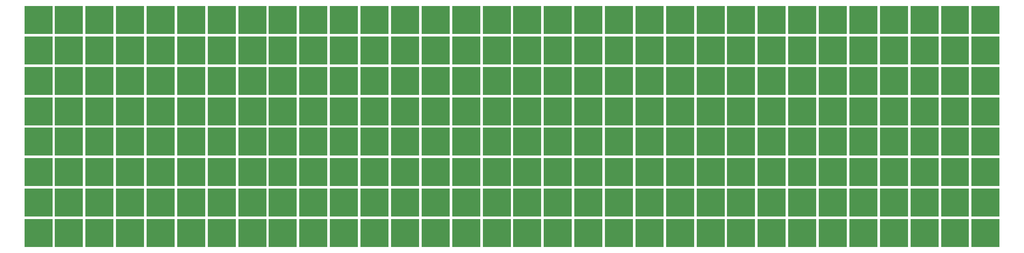
<source format=gts>
G04 #@! TF.GenerationSoftware,KiCad,Pcbnew,6.0.8+dfsg-1~bpo11+1*
G04 #@! TF.CreationDate,2023-03-24T18:54:05-04:00*
G04 #@! TF.ProjectId,captouch_sensor_interleaved_loose,63617074-6f75-4636-985f-73656e736f72,rev?*
G04 #@! TF.SameCoordinates,Original*
G04 #@! TF.FileFunction,Soldermask,Top*
G04 #@! TF.FilePolarity,Negative*
%FSLAX46Y46*%
G04 Gerber Fmt 4.6, Leading zero omitted, Abs format (unit mm)*
G04 Created by KiCad (PCBNEW 6.0.8+dfsg-1~bpo11+1) date 2023-03-24 18:54:05*
%MOMM*%
%LPD*%
G01*
G04 APERTURE LIST*
G04 APERTURE END LIST*
G36*
X219675000Y-80325000D02*
G01*
X225175000Y-80325000D01*
X225175000Y-85825000D01*
X219675000Y-85825000D01*
X219675000Y-80325000D01*
G37*
G36*
X249675000Y-74325000D02*
G01*
X255175000Y-74325000D01*
X255175000Y-79825000D01*
X249675000Y-79825000D01*
X249675000Y-74325000D01*
G37*
G36*
X123675000Y-56325000D02*
G01*
X129175000Y-56325000D01*
X129175000Y-61825000D01*
X123675000Y-61825000D01*
X123675000Y-56325000D01*
G37*
G36*
X135675000Y-74325000D02*
G01*
X141175000Y-74325000D01*
X141175000Y-79825000D01*
X135675000Y-79825000D01*
X135675000Y-74325000D01*
G37*
G36*
X75675000Y-68325000D02*
G01*
X81175000Y-68325000D01*
X81175000Y-73825000D01*
X75675000Y-73825000D01*
X75675000Y-68325000D01*
G37*
G36*
X129675000Y-80325000D02*
G01*
X135175000Y-80325000D01*
X135175000Y-85825000D01*
X129675000Y-85825000D01*
X129675000Y-80325000D01*
G37*
G36*
X249675000Y-92325000D02*
G01*
X255175000Y-92325000D01*
X255175000Y-97825000D01*
X249675000Y-97825000D01*
X249675000Y-92325000D01*
G37*
G36*
X87675000Y-92325000D02*
G01*
X93175000Y-92325000D01*
X93175000Y-97825000D01*
X87675000Y-97825000D01*
X87675000Y-92325000D01*
G37*
G36*
X69675000Y-98325000D02*
G01*
X75175000Y-98325000D01*
X75175000Y-103825000D01*
X69675000Y-103825000D01*
X69675000Y-98325000D01*
G37*
G36*
X231675000Y-68325000D02*
G01*
X237175000Y-68325000D01*
X237175000Y-73825000D01*
X231675000Y-73825000D01*
X231675000Y-68325000D01*
G37*
G36*
X165675000Y-98325000D02*
G01*
X171175000Y-98325000D01*
X171175000Y-103825000D01*
X165675000Y-103825000D01*
X165675000Y-98325000D01*
G37*
G36*
X201675000Y-56325000D02*
G01*
X207175000Y-56325000D01*
X207175000Y-61825000D01*
X201675000Y-61825000D01*
X201675000Y-56325000D01*
G37*
G36*
X249675000Y-56325000D02*
G01*
X255175000Y-56325000D01*
X255175000Y-61825000D01*
X249675000Y-61825000D01*
X249675000Y-56325000D01*
G37*
G36*
X135675000Y-98325000D02*
G01*
X141175000Y-98325000D01*
X141175000Y-103825000D01*
X135675000Y-103825000D01*
X135675000Y-98325000D01*
G37*
G36*
X87675000Y-86325000D02*
G01*
X93175000Y-86325000D01*
X93175000Y-91825000D01*
X87675000Y-91825000D01*
X87675000Y-86325000D01*
G37*
G36*
X177675000Y-80325000D02*
G01*
X183175000Y-80325000D01*
X183175000Y-85825000D01*
X177675000Y-85825000D01*
X177675000Y-80325000D01*
G37*
G36*
X75675000Y-98325000D02*
G01*
X81175000Y-98325000D01*
X81175000Y-103825000D01*
X75675000Y-103825000D01*
X75675000Y-98325000D01*
G37*
G36*
X177675000Y-62325000D02*
G01*
X183175000Y-62325000D01*
X183175000Y-67825000D01*
X177675000Y-67825000D01*
X177675000Y-62325000D01*
G37*
G36*
X189675000Y-56325000D02*
G01*
X195175000Y-56325000D01*
X195175000Y-61825000D01*
X189675000Y-61825000D01*
X189675000Y-56325000D01*
G37*
G36*
X147675000Y-80325000D02*
G01*
X153175000Y-80325000D01*
X153175000Y-85825000D01*
X147675000Y-85825000D01*
X147675000Y-80325000D01*
G37*
G36*
X147675000Y-98325000D02*
G01*
X153175000Y-98325000D01*
X153175000Y-103825000D01*
X147675000Y-103825000D01*
X147675000Y-98325000D01*
G37*
G36*
X237675000Y-86325000D02*
G01*
X243175000Y-86325000D01*
X243175000Y-91825000D01*
X237675000Y-91825000D01*
X237675000Y-86325000D01*
G37*
G36*
X183675000Y-68325000D02*
G01*
X189175000Y-68325000D01*
X189175000Y-73825000D01*
X183675000Y-73825000D01*
X183675000Y-68325000D01*
G37*
G36*
X177675000Y-68325000D02*
G01*
X183175000Y-68325000D01*
X183175000Y-73825000D01*
X177675000Y-73825000D01*
X177675000Y-68325000D01*
G37*
G36*
X93675000Y-68325000D02*
G01*
X99175000Y-68325000D01*
X99175000Y-73825000D01*
X93675000Y-73825000D01*
X93675000Y-68325000D01*
G37*
G36*
X105675000Y-98325000D02*
G01*
X111175000Y-98325000D01*
X111175000Y-103825000D01*
X105675000Y-103825000D01*
X105675000Y-98325000D01*
G37*
G36*
X99675000Y-80325000D02*
G01*
X105175000Y-80325000D01*
X105175000Y-85825000D01*
X99675000Y-85825000D01*
X99675000Y-80325000D01*
G37*
G36*
X171675000Y-56325000D02*
G01*
X177175000Y-56325000D01*
X177175000Y-61825000D01*
X171675000Y-61825000D01*
X171675000Y-56325000D01*
G37*
G36*
X159675000Y-74325000D02*
G01*
X165175000Y-74325000D01*
X165175000Y-79825000D01*
X159675000Y-79825000D01*
X159675000Y-74325000D01*
G37*
G36*
X93675000Y-92325000D02*
G01*
X99175000Y-92325000D01*
X99175000Y-97825000D01*
X93675000Y-97825000D01*
X93675000Y-92325000D01*
G37*
G36*
X189675000Y-92325000D02*
G01*
X195175000Y-92325000D01*
X195175000Y-97825000D01*
X189675000Y-97825000D01*
X189675000Y-92325000D01*
G37*
G36*
X219675000Y-92325000D02*
G01*
X225175000Y-92325000D01*
X225175000Y-97825000D01*
X219675000Y-97825000D01*
X219675000Y-92325000D01*
G37*
G36*
X219675000Y-98325000D02*
G01*
X225175000Y-98325000D01*
X225175000Y-103825000D01*
X219675000Y-103825000D01*
X219675000Y-98325000D01*
G37*
G36*
X201675000Y-62325000D02*
G01*
X207175000Y-62325000D01*
X207175000Y-67825000D01*
X201675000Y-67825000D01*
X201675000Y-62325000D01*
G37*
G36*
X147675000Y-92325000D02*
G01*
X153175000Y-92325000D01*
X153175000Y-97825000D01*
X147675000Y-97825000D01*
X147675000Y-92325000D01*
G37*
G36*
X141675000Y-86325000D02*
G01*
X147175000Y-86325000D01*
X147175000Y-91825000D01*
X141675000Y-91825000D01*
X141675000Y-86325000D01*
G37*
G36*
X225675000Y-74325000D02*
G01*
X231175000Y-74325000D01*
X231175000Y-79825000D01*
X225675000Y-79825000D01*
X225675000Y-74325000D01*
G37*
G36*
X201675000Y-98325000D02*
G01*
X207175000Y-98325000D01*
X207175000Y-103825000D01*
X201675000Y-103825000D01*
X201675000Y-98325000D01*
G37*
G36*
X105675000Y-92325000D02*
G01*
X111175000Y-92325000D01*
X111175000Y-97825000D01*
X105675000Y-97825000D01*
X105675000Y-92325000D01*
G37*
G36*
X159675000Y-86325000D02*
G01*
X165175000Y-86325000D01*
X165175000Y-91825000D01*
X159675000Y-91825000D01*
X159675000Y-86325000D01*
G37*
G36*
X171675000Y-86325000D02*
G01*
X177175000Y-86325000D01*
X177175000Y-91825000D01*
X171675000Y-91825000D01*
X171675000Y-86325000D01*
G37*
G36*
X183675000Y-98325000D02*
G01*
X189175000Y-98325000D01*
X189175000Y-103825000D01*
X183675000Y-103825000D01*
X183675000Y-98325000D01*
G37*
G36*
X99675000Y-98325000D02*
G01*
X105175000Y-98325000D01*
X105175000Y-103825000D01*
X99675000Y-103825000D01*
X99675000Y-98325000D01*
G37*
G36*
X201675000Y-92325000D02*
G01*
X207175000Y-92325000D01*
X207175000Y-97825000D01*
X201675000Y-97825000D01*
X201675000Y-92325000D01*
G37*
G36*
X201675000Y-86325000D02*
G01*
X207175000Y-86325000D01*
X207175000Y-91825000D01*
X201675000Y-91825000D01*
X201675000Y-86325000D01*
G37*
G36*
X117675000Y-92325000D02*
G01*
X123175000Y-92325000D01*
X123175000Y-97825000D01*
X117675000Y-97825000D01*
X117675000Y-92325000D01*
G37*
G36*
X231675000Y-56325000D02*
G01*
X237175000Y-56325000D01*
X237175000Y-61825000D01*
X231675000Y-61825000D01*
X231675000Y-56325000D01*
G37*
G36*
X69675000Y-80325000D02*
G01*
X75175000Y-80325000D01*
X75175000Y-85825000D01*
X69675000Y-85825000D01*
X69675000Y-80325000D01*
G37*
G36*
X195675000Y-56325000D02*
G01*
X201175000Y-56325000D01*
X201175000Y-61825000D01*
X195675000Y-61825000D01*
X195675000Y-56325000D01*
G37*
G36*
X165675000Y-68325000D02*
G01*
X171175000Y-68325000D01*
X171175000Y-73825000D01*
X165675000Y-73825000D01*
X165675000Y-68325000D01*
G37*
G36*
X171675000Y-68325000D02*
G01*
X177175000Y-68325000D01*
X177175000Y-73825000D01*
X171675000Y-73825000D01*
X171675000Y-68325000D01*
G37*
G36*
X183675000Y-62325000D02*
G01*
X189175000Y-62325000D01*
X189175000Y-67825000D01*
X183675000Y-67825000D01*
X183675000Y-62325000D01*
G37*
G36*
X195675000Y-68325000D02*
G01*
X201175000Y-68325000D01*
X201175000Y-73825000D01*
X195675000Y-73825000D01*
X195675000Y-68325000D01*
G37*
G36*
X129675000Y-62325000D02*
G01*
X135175000Y-62325000D01*
X135175000Y-67825000D01*
X129675000Y-67825000D01*
X129675000Y-62325000D01*
G37*
G36*
X183675000Y-56325000D02*
G01*
X189175000Y-56325000D01*
X189175000Y-61825000D01*
X183675000Y-61825000D01*
X183675000Y-56325000D01*
G37*
G36*
X93675000Y-86325000D02*
G01*
X99175000Y-86325000D01*
X99175000Y-91825000D01*
X93675000Y-91825000D01*
X93675000Y-86325000D01*
G37*
G36*
X207675000Y-92325000D02*
G01*
X213175000Y-92325000D01*
X213175000Y-97825000D01*
X207675000Y-97825000D01*
X207675000Y-92325000D01*
G37*
G36*
X63675000Y-62325000D02*
G01*
X69175000Y-62325000D01*
X69175000Y-67825000D01*
X63675000Y-67825000D01*
X63675000Y-62325000D01*
G37*
G36*
X177675000Y-86325000D02*
G01*
X183175000Y-86325000D01*
X183175000Y-91825000D01*
X177675000Y-91825000D01*
X177675000Y-86325000D01*
G37*
G36*
X75675000Y-80325000D02*
G01*
X81175000Y-80325000D01*
X81175000Y-85825000D01*
X75675000Y-85825000D01*
X75675000Y-80325000D01*
G37*
G36*
X87675000Y-80325000D02*
G01*
X93175000Y-80325000D01*
X93175000Y-85825000D01*
X87675000Y-85825000D01*
X87675000Y-80325000D01*
G37*
G36*
X81675000Y-62325000D02*
G01*
X87175000Y-62325000D01*
X87175000Y-67825000D01*
X81675000Y-67825000D01*
X81675000Y-62325000D01*
G37*
G36*
X213675000Y-98325000D02*
G01*
X219175000Y-98325000D01*
X219175000Y-103825000D01*
X213675000Y-103825000D01*
X213675000Y-98325000D01*
G37*
G36*
X159675000Y-98325000D02*
G01*
X165175000Y-98325000D01*
X165175000Y-103825000D01*
X159675000Y-103825000D01*
X159675000Y-98325000D01*
G37*
G36*
X237675000Y-98325000D02*
G01*
X243175000Y-98325000D01*
X243175000Y-103825000D01*
X237675000Y-103825000D01*
X237675000Y-98325000D01*
G37*
G36*
X225675000Y-56325000D02*
G01*
X231175000Y-56325000D01*
X231175000Y-61825000D01*
X225675000Y-61825000D01*
X225675000Y-56325000D01*
G37*
G36*
X135675000Y-86325000D02*
G01*
X141175000Y-86325000D01*
X141175000Y-91825000D01*
X135675000Y-91825000D01*
X135675000Y-86325000D01*
G37*
G36*
X141675000Y-98325000D02*
G01*
X147175000Y-98325000D01*
X147175000Y-103825000D01*
X141675000Y-103825000D01*
X141675000Y-98325000D01*
G37*
G36*
X207675000Y-98325000D02*
G01*
X213175000Y-98325000D01*
X213175000Y-103825000D01*
X207675000Y-103825000D01*
X207675000Y-98325000D01*
G37*
G36*
X165675000Y-92325000D02*
G01*
X171175000Y-92325000D01*
X171175000Y-97825000D01*
X165675000Y-97825000D01*
X165675000Y-92325000D01*
G37*
G36*
X135675000Y-80325000D02*
G01*
X141175000Y-80325000D01*
X141175000Y-85825000D01*
X135675000Y-85825000D01*
X135675000Y-80325000D01*
G37*
G36*
X237675000Y-74325000D02*
G01*
X243175000Y-74325000D01*
X243175000Y-79825000D01*
X237675000Y-79825000D01*
X237675000Y-74325000D01*
G37*
G36*
X141675000Y-80325000D02*
G01*
X147175000Y-80325000D01*
X147175000Y-85825000D01*
X141675000Y-85825000D01*
X141675000Y-80325000D01*
G37*
G36*
X165675000Y-62325000D02*
G01*
X171175000Y-62325000D01*
X171175000Y-67825000D01*
X165675000Y-67825000D01*
X165675000Y-62325000D01*
G37*
G36*
X123675000Y-62325000D02*
G01*
X129175000Y-62325000D01*
X129175000Y-67825000D01*
X123675000Y-67825000D01*
X123675000Y-62325000D01*
G37*
G36*
X153675000Y-92325000D02*
G01*
X159175000Y-92325000D01*
X159175000Y-97825000D01*
X153675000Y-97825000D01*
X153675000Y-92325000D01*
G37*
G36*
X123675000Y-74325000D02*
G01*
X129175000Y-74325000D01*
X129175000Y-79825000D01*
X123675000Y-79825000D01*
X123675000Y-74325000D01*
G37*
G36*
X195675000Y-92325000D02*
G01*
X201175000Y-92325000D01*
X201175000Y-97825000D01*
X195675000Y-97825000D01*
X195675000Y-92325000D01*
G37*
G36*
X141675000Y-56325000D02*
G01*
X147175000Y-56325000D01*
X147175000Y-61825000D01*
X141675000Y-61825000D01*
X141675000Y-56325000D01*
G37*
G36*
X165675000Y-86325000D02*
G01*
X171175000Y-86325000D01*
X171175000Y-91825000D01*
X165675000Y-91825000D01*
X165675000Y-86325000D01*
G37*
G36*
X177675000Y-98325000D02*
G01*
X183175000Y-98325000D01*
X183175000Y-103825000D01*
X177675000Y-103825000D01*
X177675000Y-98325000D01*
G37*
G36*
X243675000Y-74325000D02*
G01*
X249175000Y-74325000D01*
X249175000Y-79825000D01*
X243675000Y-79825000D01*
X243675000Y-74325000D01*
G37*
G36*
X153675000Y-68325000D02*
G01*
X159175000Y-68325000D01*
X159175000Y-73825000D01*
X153675000Y-73825000D01*
X153675000Y-68325000D01*
G37*
G36*
X63675000Y-56325000D02*
G01*
X69175000Y-56325000D01*
X69175000Y-61825000D01*
X63675000Y-61825000D01*
X63675000Y-56325000D01*
G37*
G36*
X159675000Y-62325000D02*
G01*
X165175000Y-62325000D01*
X165175000Y-67825000D01*
X159675000Y-67825000D01*
X159675000Y-62325000D01*
G37*
G36*
X171675000Y-74325000D02*
G01*
X177175000Y-74325000D01*
X177175000Y-79825000D01*
X171675000Y-79825000D01*
X171675000Y-74325000D01*
G37*
G36*
X207675000Y-86325000D02*
G01*
X213175000Y-86325000D01*
X213175000Y-91825000D01*
X207675000Y-91825000D01*
X207675000Y-86325000D01*
G37*
G36*
X153675000Y-62325000D02*
G01*
X159175000Y-62325000D01*
X159175000Y-67825000D01*
X153675000Y-67825000D01*
X153675000Y-62325000D01*
G37*
G36*
X165675000Y-74325000D02*
G01*
X171175000Y-74325000D01*
X171175000Y-79825000D01*
X165675000Y-79825000D01*
X165675000Y-74325000D01*
G37*
G36*
X147675000Y-74325000D02*
G01*
X153175000Y-74325000D01*
X153175000Y-79825000D01*
X147675000Y-79825000D01*
X147675000Y-74325000D01*
G37*
G36*
X171675000Y-80325000D02*
G01*
X177175000Y-80325000D01*
X177175000Y-85825000D01*
X171675000Y-85825000D01*
X171675000Y-80325000D01*
G37*
G36*
X183675000Y-74325000D02*
G01*
X189175000Y-74325000D01*
X189175000Y-79825000D01*
X183675000Y-79825000D01*
X183675000Y-74325000D01*
G37*
G36*
X213675000Y-92325000D02*
G01*
X219175000Y-92325000D01*
X219175000Y-97825000D01*
X213675000Y-97825000D01*
X213675000Y-92325000D01*
G37*
G36*
X219675000Y-62325000D02*
G01*
X225175000Y-62325000D01*
X225175000Y-67825000D01*
X219675000Y-67825000D01*
X219675000Y-62325000D01*
G37*
G36*
X219675000Y-74325000D02*
G01*
X225175000Y-74325000D01*
X225175000Y-79825000D01*
X219675000Y-79825000D01*
X219675000Y-74325000D01*
G37*
G36*
X69675000Y-74325000D02*
G01*
X75175000Y-74325000D01*
X75175000Y-79825000D01*
X69675000Y-79825000D01*
X69675000Y-74325000D01*
G37*
G36*
X75675000Y-86325000D02*
G01*
X81175000Y-86325000D01*
X81175000Y-91825000D01*
X75675000Y-91825000D01*
X75675000Y-86325000D01*
G37*
G36*
X195675000Y-74325000D02*
G01*
X201175000Y-74325000D01*
X201175000Y-79825000D01*
X195675000Y-79825000D01*
X195675000Y-74325000D01*
G37*
G36*
X87675000Y-68325000D02*
G01*
X93175000Y-68325000D01*
X93175000Y-73825000D01*
X87675000Y-73825000D01*
X87675000Y-68325000D01*
G37*
G36*
X93675000Y-80325000D02*
G01*
X99175000Y-80325000D01*
X99175000Y-85825000D01*
X93675000Y-85825000D01*
X93675000Y-80325000D01*
G37*
G36*
X87675000Y-98325000D02*
G01*
X93175000Y-98325000D01*
X93175000Y-103825000D01*
X87675000Y-103825000D01*
X87675000Y-98325000D01*
G37*
G36*
X249675000Y-68325000D02*
G01*
X255175000Y-68325000D01*
X255175000Y-73825000D01*
X249675000Y-73825000D01*
X249675000Y-68325000D01*
G37*
G36*
X225675000Y-98325000D02*
G01*
X231175000Y-98325000D01*
X231175000Y-103825000D01*
X225675000Y-103825000D01*
X225675000Y-98325000D01*
G37*
G36*
X69675000Y-62325000D02*
G01*
X75175000Y-62325000D01*
X75175000Y-67825000D01*
X69675000Y-67825000D01*
X69675000Y-62325000D01*
G37*
G36*
X183675000Y-86325000D02*
G01*
X189175000Y-86325000D01*
X189175000Y-91825000D01*
X183675000Y-91825000D01*
X183675000Y-86325000D01*
G37*
G36*
X171675000Y-62325000D02*
G01*
X177175000Y-62325000D01*
X177175000Y-67825000D01*
X171675000Y-67825000D01*
X171675000Y-62325000D01*
G37*
G36*
X165675000Y-80325000D02*
G01*
X171175000Y-80325000D01*
X171175000Y-85825000D01*
X165675000Y-85825000D01*
X165675000Y-80325000D01*
G37*
G36*
X213675000Y-86325000D02*
G01*
X219175000Y-86325000D01*
X219175000Y-91825000D01*
X213675000Y-91825000D01*
X213675000Y-86325000D01*
G37*
G36*
X243675000Y-56325000D02*
G01*
X249175000Y-56325000D01*
X249175000Y-61825000D01*
X243675000Y-61825000D01*
X243675000Y-56325000D01*
G37*
G36*
X111675000Y-98325000D02*
G01*
X117175000Y-98325000D01*
X117175000Y-103825000D01*
X111675000Y-103825000D01*
X111675000Y-98325000D01*
G37*
G36*
X135675000Y-68325000D02*
G01*
X141175000Y-68325000D01*
X141175000Y-73825000D01*
X135675000Y-73825000D01*
X135675000Y-68325000D01*
G37*
G36*
X129675000Y-56325000D02*
G01*
X135175000Y-56325000D01*
X135175000Y-61825000D01*
X129675000Y-61825000D01*
X129675000Y-56325000D01*
G37*
G36*
X153675000Y-80325000D02*
G01*
X159175000Y-80325000D01*
X159175000Y-85825000D01*
X153675000Y-85825000D01*
X153675000Y-80325000D01*
G37*
G36*
X69675000Y-56325000D02*
G01*
X75175000Y-56325000D01*
X75175000Y-61825000D01*
X69675000Y-61825000D01*
X69675000Y-56325000D01*
G37*
G36*
X81675000Y-68325000D02*
G01*
X87175000Y-68325000D01*
X87175000Y-73825000D01*
X81675000Y-73825000D01*
X81675000Y-68325000D01*
G37*
G36*
X159675000Y-80325000D02*
G01*
X165175000Y-80325000D01*
X165175000Y-85825000D01*
X159675000Y-85825000D01*
X159675000Y-80325000D01*
G37*
G36*
X81675000Y-56325000D02*
G01*
X87175000Y-56325000D01*
X87175000Y-61825000D01*
X81675000Y-61825000D01*
X81675000Y-56325000D01*
G37*
G36*
X207675000Y-74325000D02*
G01*
X213175000Y-74325000D01*
X213175000Y-79825000D01*
X207675000Y-79825000D01*
X207675000Y-74325000D01*
G37*
G36*
X231675000Y-92325000D02*
G01*
X237175000Y-92325000D01*
X237175000Y-97825000D01*
X231675000Y-97825000D01*
X231675000Y-92325000D01*
G37*
G36*
X237675000Y-80325000D02*
G01*
X243175000Y-80325000D01*
X243175000Y-85825000D01*
X237675000Y-85825000D01*
X237675000Y-80325000D01*
G37*
G36*
X201675000Y-80325000D02*
G01*
X207175000Y-80325000D01*
X207175000Y-85825000D01*
X201675000Y-85825000D01*
X201675000Y-80325000D01*
G37*
G36*
X117675000Y-86325000D02*
G01*
X123175000Y-86325000D01*
X123175000Y-91825000D01*
X117675000Y-91825000D01*
X117675000Y-86325000D01*
G37*
G36*
X153675000Y-86325000D02*
G01*
X159175000Y-86325000D01*
X159175000Y-91825000D01*
X153675000Y-91825000D01*
X153675000Y-86325000D01*
G37*
G36*
X63675000Y-86325000D02*
G01*
X69175000Y-86325000D01*
X69175000Y-91825000D01*
X63675000Y-91825000D01*
X63675000Y-86325000D01*
G37*
G36*
X99675000Y-86325000D02*
G01*
X105175000Y-86325000D01*
X105175000Y-91825000D01*
X99675000Y-91825000D01*
X99675000Y-86325000D01*
G37*
G36*
X171675000Y-92325000D02*
G01*
X177175000Y-92325000D01*
X177175000Y-97825000D01*
X171675000Y-97825000D01*
X171675000Y-92325000D01*
G37*
G36*
X75675000Y-74325000D02*
G01*
X81175000Y-74325000D01*
X81175000Y-79825000D01*
X75675000Y-79825000D01*
X75675000Y-74325000D01*
G37*
G36*
X105675000Y-86325000D02*
G01*
X111175000Y-86325000D01*
X111175000Y-91825000D01*
X105675000Y-91825000D01*
X105675000Y-86325000D01*
G37*
G36*
X105675000Y-56325000D02*
G01*
X111175000Y-56325000D01*
X111175000Y-61825000D01*
X105675000Y-61825000D01*
X105675000Y-56325000D01*
G37*
G36*
X129675000Y-68325000D02*
G01*
X135175000Y-68325000D01*
X135175000Y-73825000D01*
X129675000Y-73825000D01*
X129675000Y-68325000D01*
G37*
G36*
X243675000Y-98325000D02*
G01*
X249175000Y-98325000D01*
X249175000Y-103825000D01*
X243675000Y-103825000D01*
X243675000Y-98325000D01*
G37*
G36*
X63675000Y-92325000D02*
G01*
X69175000Y-92325000D01*
X69175000Y-97825000D01*
X63675000Y-97825000D01*
X63675000Y-92325000D01*
G37*
G36*
X159675000Y-68325000D02*
G01*
X165175000Y-68325000D01*
X165175000Y-73825000D01*
X159675000Y-73825000D01*
X159675000Y-68325000D01*
G37*
G36*
X177675000Y-56325000D02*
G01*
X183175000Y-56325000D01*
X183175000Y-61825000D01*
X177675000Y-61825000D01*
X177675000Y-56325000D01*
G37*
G36*
X195675000Y-62325000D02*
G01*
X201175000Y-62325000D01*
X201175000Y-67825000D01*
X195675000Y-67825000D01*
X195675000Y-62325000D01*
G37*
G36*
X111675000Y-92325000D02*
G01*
X117175000Y-92325000D01*
X117175000Y-97825000D01*
X111675000Y-97825000D01*
X111675000Y-92325000D01*
G37*
G36*
X147675000Y-86325000D02*
G01*
X153175000Y-86325000D01*
X153175000Y-91825000D01*
X147675000Y-91825000D01*
X147675000Y-86325000D01*
G37*
G36*
X147675000Y-56325000D02*
G01*
X153175000Y-56325000D01*
X153175000Y-61825000D01*
X147675000Y-61825000D01*
X147675000Y-56325000D01*
G37*
G36*
X213675000Y-62325000D02*
G01*
X219175000Y-62325000D01*
X219175000Y-67825000D01*
X213675000Y-67825000D01*
X213675000Y-62325000D01*
G37*
G36*
X243675000Y-86325000D02*
G01*
X249175000Y-86325000D01*
X249175000Y-91825000D01*
X243675000Y-91825000D01*
X243675000Y-86325000D01*
G37*
G36*
X243675000Y-92325000D02*
G01*
X249175000Y-92325000D01*
X249175000Y-97825000D01*
X243675000Y-97825000D01*
X243675000Y-92325000D01*
G37*
G36*
X153675000Y-98325000D02*
G01*
X159175000Y-98325000D01*
X159175000Y-103825000D01*
X153675000Y-103825000D01*
X153675000Y-98325000D01*
G37*
G36*
X105675000Y-68325000D02*
G01*
X111175000Y-68325000D01*
X111175000Y-73825000D01*
X105675000Y-73825000D01*
X105675000Y-68325000D01*
G37*
G36*
X123675000Y-80325000D02*
G01*
X129175000Y-80325000D01*
X129175000Y-85825000D01*
X123675000Y-85825000D01*
X123675000Y-80325000D01*
G37*
G36*
X249675000Y-62325000D02*
G01*
X255175000Y-62325000D01*
X255175000Y-67825000D01*
X249675000Y-67825000D01*
X249675000Y-62325000D01*
G37*
G36*
X111675000Y-74325000D02*
G01*
X117175000Y-74325000D01*
X117175000Y-79825000D01*
X111675000Y-79825000D01*
X111675000Y-74325000D01*
G37*
G36*
X111675000Y-86325000D02*
G01*
X117175000Y-86325000D01*
X117175000Y-91825000D01*
X111675000Y-91825000D01*
X111675000Y-86325000D01*
G37*
G36*
X129675000Y-92325000D02*
G01*
X135175000Y-92325000D01*
X135175000Y-97825000D01*
X129675000Y-97825000D01*
X129675000Y-92325000D01*
G37*
G36*
X177675000Y-92325000D02*
G01*
X183175000Y-92325000D01*
X183175000Y-97825000D01*
X177675000Y-97825000D01*
X177675000Y-92325000D01*
G37*
G36*
X111675000Y-62325000D02*
G01*
X117175000Y-62325000D01*
X117175000Y-67825000D01*
X111675000Y-67825000D01*
X111675000Y-62325000D01*
G37*
G36*
X123675000Y-98325000D02*
G01*
X129175000Y-98325000D01*
X129175000Y-103825000D01*
X123675000Y-103825000D01*
X123675000Y-98325000D01*
G37*
G36*
X189675000Y-98325000D02*
G01*
X195175000Y-98325000D01*
X195175000Y-103825000D01*
X189675000Y-103825000D01*
X189675000Y-98325000D01*
G37*
G36*
X117675000Y-68325000D02*
G01*
X123175000Y-68325000D01*
X123175000Y-73825000D01*
X117675000Y-73825000D01*
X117675000Y-68325000D01*
G37*
G36*
X117675000Y-62325000D02*
G01*
X123175000Y-62325000D01*
X123175000Y-67825000D01*
X117675000Y-67825000D01*
X117675000Y-62325000D01*
G37*
G36*
X135675000Y-56325000D02*
G01*
X141175000Y-56325000D01*
X141175000Y-61825000D01*
X135675000Y-61825000D01*
X135675000Y-56325000D01*
G37*
G36*
X129675000Y-98325000D02*
G01*
X135175000Y-98325000D01*
X135175000Y-103825000D01*
X129675000Y-103825000D01*
X129675000Y-98325000D01*
G37*
G36*
X189675000Y-74325000D02*
G01*
X195175000Y-74325000D01*
X195175000Y-79825000D01*
X189675000Y-79825000D01*
X189675000Y-74325000D01*
G37*
G36*
X147675000Y-68325000D02*
G01*
X153175000Y-68325000D01*
X153175000Y-73825000D01*
X147675000Y-73825000D01*
X147675000Y-68325000D01*
G37*
G36*
X99675000Y-62325000D02*
G01*
X105175000Y-62325000D01*
X105175000Y-67825000D01*
X99675000Y-67825000D01*
X99675000Y-62325000D01*
G37*
G36*
X129675000Y-86325000D02*
G01*
X135175000Y-86325000D01*
X135175000Y-91825000D01*
X129675000Y-91825000D01*
X129675000Y-86325000D01*
G37*
G36*
X117675000Y-80325000D02*
G01*
X123175000Y-80325000D01*
X123175000Y-85825000D01*
X117675000Y-85825000D01*
X117675000Y-80325000D01*
G37*
G36*
X63675000Y-80325000D02*
G01*
X69175000Y-80325000D01*
X69175000Y-85825000D01*
X63675000Y-85825000D01*
X63675000Y-80325000D01*
G37*
G36*
X105675000Y-62325000D02*
G01*
X111175000Y-62325000D01*
X111175000Y-67825000D01*
X105675000Y-67825000D01*
X105675000Y-62325000D01*
G37*
G36*
X213675000Y-56325000D02*
G01*
X219175000Y-56325000D01*
X219175000Y-61825000D01*
X213675000Y-61825000D01*
X213675000Y-56325000D01*
G37*
G36*
X213675000Y-80325000D02*
G01*
X219175000Y-80325000D01*
X219175000Y-85825000D01*
X213675000Y-85825000D01*
X213675000Y-80325000D01*
G37*
G36*
X171675000Y-98325000D02*
G01*
X177175000Y-98325000D01*
X177175000Y-103825000D01*
X171675000Y-103825000D01*
X171675000Y-98325000D01*
G37*
G36*
X69675000Y-68325000D02*
G01*
X75175000Y-68325000D01*
X75175000Y-73825000D01*
X69675000Y-73825000D01*
X69675000Y-68325000D01*
G37*
G36*
X207675000Y-80325000D02*
G01*
X213175000Y-80325000D01*
X213175000Y-85825000D01*
X207675000Y-85825000D01*
X207675000Y-80325000D01*
G37*
G36*
X231675000Y-98325000D02*
G01*
X237175000Y-98325000D01*
X237175000Y-103825000D01*
X231675000Y-103825000D01*
X231675000Y-98325000D01*
G37*
G36*
X81675000Y-92325000D02*
G01*
X87175000Y-92325000D01*
X87175000Y-97825000D01*
X81675000Y-97825000D01*
X81675000Y-92325000D01*
G37*
G36*
X99675000Y-74325000D02*
G01*
X105175000Y-74325000D01*
X105175000Y-79825000D01*
X99675000Y-79825000D01*
X99675000Y-74325000D01*
G37*
G36*
X225675000Y-62325000D02*
G01*
X231175000Y-62325000D01*
X231175000Y-67825000D01*
X225675000Y-67825000D01*
X225675000Y-62325000D01*
G37*
G36*
X117675000Y-74325000D02*
G01*
X123175000Y-74325000D01*
X123175000Y-79825000D01*
X117675000Y-79825000D01*
X117675000Y-74325000D01*
G37*
G36*
X189675000Y-80325000D02*
G01*
X195175000Y-80325000D01*
X195175000Y-85825000D01*
X189675000Y-85825000D01*
X189675000Y-80325000D01*
G37*
G36*
X207675000Y-62325000D02*
G01*
X213175000Y-62325000D01*
X213175000Y-67825000D01*
X207675000Y-67825000D01*
X207675000Y-62325000D01*
G37*
G36*
X165675000Y-56325000D02*
G01*
X171175000Y-56325000D01*
X171175000Y-61825000D01*
X165675000Y-61825000D01*
X165675000Y-56325000D01*
G37*
G36*
X81675000Y-86325000D02*
G01*
X87175000Y-86325000D01*
X87175000Y-91825000D01*
X81675000Y-91825000D01*
X81675000Y-86325000D01*
G37*
G36*
X237675000Y-62325000D02*
G01*
X243175000Y-62325000D01*
X243175000Y-67825000D01*
X237675000Y-67825000D01*
X237675000Y-62325000D01*
G37*
G36*
X219675000Y-86325000D02*
G01*
X225175000Y-86325000D01*
X225175000Y-91825000D01*
X219675000Y-91825000D01*
X219675000Y-86325000D01*
G37*
G36*
X111675000Y-80325000D02*
G01*
X117175000Y-80325000D01*
X117175000Y-85825000D01*
X111675000Y-85825000D01*
X111675000Y-80325000D01*
G37*
G36*
X123675000Y-92325000D02*
G01*
X129175000Y-92325000D01*
X129175000Y-97825000D01*
X123675000Y-97825000D01*
X123675000Y-92325000D01*
G37*
G36*
X201675000Y-68325000D02*
G01*
X207175000Y-68325000D01*
X207175000Y-73825000D01*
X201675000Y-73825000D01*
X201675000Y-68325000D01*
G37*
G36*
X243675000Y-80325000D02*
G01*
X249175000Y-80325000D01*
X249175000Y-85825000D01*
X243675000Y-85825000D01*
X243675000Y-80325000D01*
G37*
G36*
X225675000Y-86325000D02*
G01*
X231175000Y-86325000D01*
X231175000Y-91825000D01*
X225675000Y-91825000D01*
X225675000Y-86325000D01*
G37*
G36*
X123675000Y-68325000D02*
G01*
X129175000Y-68325000D01*
X129175000Y-73825000D01*
X123675000Y-73825000D01*
X123675000Y-68325000D01*
G37*
G36*
X225675000Y-68325000D02*
G01*
X231175000Y-68325000D01*
X231175000Y-73825000D01*
X225675000Y-73825000D01*
X225675000Y-68325000D01*
G37*
G36*
X237675000Y-92325000D02*
G01*
X243175000Y-92325000D01*
X243175000Y-97825000D01*
X237675000Y-97825000D01*
X237675000Y-92325000D01*
G37*
G36*
X237675000Y-56325000D02*
G01*
X243175000Y-56325000D01*
X243175000Y-61825000D01*
X237675000Y-61825000D01*
X237675000Y-56325000D01*
G37*
G36*
X159675000Y-56325000D02*
G01*
X165175000Y-56325000D01*
X165175000Y-61825000D01*
X159675000Y-61825000D01*
X159675000Y-56325000D01*
G37*
G36*
X69675000Y-92325000D02*
G01*
X75175000Y-92325000D01*
X75175000Y-97825000D01*
X69675000Y-97825000D01*
X69675000Y-92325000D01*
G37*
G36*
X75675000Y-62325000D02*
G01*
X81175000Y-62325000D01*
X81175000Y-67825000D01*
X75675000Y-67825000D01*
X75675000Y-62325000D01*
G37*
G36*
X249675000Y-98325000D02*
G01*
X255175000Y-98325000D01*
X255175000Y-103825000D01*
X249675000Y-103825000D01*
X249675000Y-98325000D01*
G37*
G36*
X81675000Y-74325000D02*
G01*
X87175000Y-74325000D01*
X87175000Y-79825000D01*
X81675000Y-79825000D01*
X81675000Y-74325000D01*
G37*
G36*
X141675000Y-68325000D02*
G01*
X147175000Y-68325000D01*
X147175000Y-73825000D01*
X141675000Y-73825000D01*
X141675000Y-68325000D01*
G37*
G36*
X207675000Y-56325000D02*
G01*
X213175000Y-56325000D01*
X213175000Y-61825000D01*
X207675000Y-61825000D01*
X207675000Y-56325000D01*
G37*
G36*
X93675000Y-98325000D02*
G01*
X99175000Y-98325000D01*
X99175000Y-103825000D01*
X93675000Y-103825000D01*
X93675000Y-98325000D01*
G37*
G36*
X231675000Y-86325000D02*
G01*
X237175000Y-86325000D01*
X237175000Y-91825000D01*
X231675000Y-91825000D01*
X231675000Y-86325000D01*
G37*
G36*
X75675000Y-92325000D02*
G01*
X81175000Y-92325000D01*
X81175000Y-97825000D01*
X75675000Y-97825000D01*
X75675000Y-92325000D01*
G37*
G36*
X135675000Y-62325000D02*
G01*
X141175000Y-62325000D01*
X141175000Y-67825000D01*
X135675000Y-67825000D01*
X135675000Y-62325000D01*
G37*
G36*
X219675000Y-68325000D02*
G01*
X225175000Y-68325000D01*
X225175000Y-73825000D01*
X219675000Y-73825000D01*
X219675000Y-68325000D01*
G37*
G36*
X105675000Y-80325000D02*
G01*
X111175000Y-80325000D01*
X111175000Y-85825000D01*
X105675000Y-85825000D01*
X105675000Y-80325000D01*
G37*
G36*
X141675000Y-62325000D02*
G01*
X147175000Y-62325000D01*
X147175000Y-67825000D01*
X141675000Y-67825000D01*
X141675000Y-62325000D01*
G37*
G36*
X81675000Y-80325000D02*
G01*
X87175000Y-80325000D01*
X87175000Y-85825000D01*
X81675000Y-85825000D01*
X81675000Y-80325000D01*
G37*
G36*
X63675000Y-68325000D02*
G01*
X69175000Y-68325000D01*
X69175000Y-73825000D01*
X63675000Y-73825000D01*
X63675000Y-68325000D01*
G37*
G36*
X225675000Y-92325000D02*
G01*
X231175000Y-92325000D01*
X231175000Y-97825000D01*
X225675000Y-97825000D01*
X225675000Y-92325000D01*
G37*
G36*
X207675000Y-68325000D02*
G01*
X213175000Y-68325000D01*
X213175000Y-73825000D01*
X207675000Y-73825000D01*
X207675000Y-68325000D01*
G37*
G36*
X93675000Y-74325000D02*
G01*
X99175000Y-74325000D01*
X99175000Y-79825000D01*
X93675000Y-79825000D01*
X93675000Y-74325000D01*
G37*
G36*
X117675000Y-56325000D02*
G01*
X123175000Y-56325000D01*
X123175000Y-61825000D01*
X117675000Y-61825000D01*
X117675000Y-56325000D01*
G37*
G36*
X87675000Y-62325000D02*
G01*
X93175000Y-62325000D01*
X93175000Y-67825000D01*
X87675000Y-67825000D01*
X87675000Y-62325000D01*
G37*
G36*
X63675000Y-74325000D02*
G01*
X69175000Y-74325000D01*
X69175000Y-79825000D01*
X63675000Y-79825000D01*
X63675000Y-74325000D01*
G37*
G36*
X249675000Y-80325000D02*
G01*
X255175000Y-80325000D01*
X255175000Y-85825000D01*
X249675000Y-85825000D01*
X249675000Y-80325000D01*
G37*
G36*
X195675000Y-98325000D02*
G01*
X201175000Y-98325000D01*
X201175000Y-103825000D01*
X195675000Y-103825000D01*
X195675000Y-98325000D01*
G37*
G36*
X81675000Y-98325000D02*
G01*
X87175000Y-98325000D01*
X87175000Y-103825000D01*
X81675000Y-103825000D01*
X81675000Y-98325000D01*
G37*
G36*
X63675000Y-98325000D02*
G01*
X69175000Y-98325000D01*
X69175000Y-103825000D01*
X63675000Y-103825000D01*
X63675000Y-98325000D01*
G37*
G36*
X129675000Y-74325000D02*
G01*
X135175000Y-74325000D01*
X135175000Y-79825000D01*
X129675000Y-79825000D01*
X129675000Y-74325000D01*
G37*
G36*
X141675000Y-92325000D02*
G01*
X147175000Y-92325000D01*
X147175000Y-97825000D01*
X141675000Y-97825000D01*
X141675000Y-92325000D01*
G37*
G36*
X111675000Y-68325000D02*
G01*
X117175000Y-68325000D01*
X117175000Y-73825000D01*
X111675000Y-73825000D01*
X111675000Y-68325000D01*
G37*
G36*
X201675000Y-74325000D02*
G01*
X207175000Y-74325000D01*
X207175000Y-79825000D01*
X201675000Y-79825000D01*
X201675000Y-74325000D01*
G37*
G36*
X219675000Y-56325000D02*
G01*
X225175000Y-56325000D01*
X225175000Y-61825000D01*
X219675000Y-61825000D01*
X219675000Y-56325000D01*
G37*
G36*
X213675000Y-68325000D02*
G01*
X219175000Y-68325000D01*
X219175000Y-73825000D01*
X213675000Y-73825000D01*
X213675000Y-68325000D01*
G37*
G36*
X147675000Y-62325000D02*
G01*
X153175000Y-62325000D01*
X153175000Y-67825000D01*
X147675000Y-67825000D01*
X147675000Y-62325000D01*
G37*
G36*
X189675000Y-86325000D02*
G01*
X195175000Y-86325000D01*
X195175000Y-91825000D01*
X189675000Y-91825000D01*
X189675000Y-86325000D01*
G37*
G36*
X177675000Y-74325000D02*
G01*
X183175000Y-74325000D01*
X183175000Y-79825000D01*
X177675000Y-79825000D01*
X177675000Y-74325000D01*
G37*
G36*
X189675000Y-62325000D02*
G01*
X195175000Y-62325000D01*
X195175000Y-67825000D01*
X189675000Y-67825000D01*
X189675000Y-62325000D01*
G37*
G36*
X231675000Y-74325000D02*
G01*
X237175000Y-74325000D01*
X237175000Y-79825000D01*
X231675000Y-79825000D01*
X231675000Y-74325000D01*
G37*
G36*
X183675000Y-80325000D02*
G01*
X189175000Y-80325000D01*
X189175000Y-85825000D01*
X183675000Y-85825000D01*
X183675000Y-80325000D01*
G37*
G36*
X213675000Y-74325000D02*
G01*
X219175000Y-74325000D01*
X219175000Y-79825000D01*
X213675000Y-79825000D01*
X213675000Y-74325000D01*
G37*
G36*
X141675000Y-74325000D02*
G01*
X147175000Y-74325000D01*
X147175000Y-79825000D01*
X141675000Y-79825000D01*
X141675000Y-74325000D01*
G37*
G36*
X231675000Y-62325000D02*
G01*
X237175000Y-62325000D01*
X237175000Y-67825000D01*
X231675000Y-67825000D01*
X231675000Y-62325000D01*
G37*
G36*
X153675000Y-74325000D02*
G01*
X159175000Y-74325000D01*
X159175000Y-79825000D01*
X153675000Y-79825000D01*
X153675000Y-74325000D01*
G37*
G36*
X243675000Y-68325000D02*
G01*
X249175000Y-68325000D01*
X249175000Y-73825000D01*
X243675000Y-73825000D01*
X243675000Y-68325000D01*
G37*
G36*
X243675000Y-62325000D02*
G01*
X249175000Y-62325000D01*
X249175000Y-67825000D01*
X243675000Y-67825000D01*
X243675000Y-62325000D01*
G37*
G36*
X195675000Y-86325000D02*
G01*
X201175000Y-86325000D01*
X201175000Y-91825000D01*
X195675000Y-91825000D01*
X195675000Y-86325000D01*
G37*
G36*
X225675000Y-80325000D02*
G01*
X231175000Y-80325000D01*
X231175000Y-85825000D01*
X225675000Y-85825000D01*
X225675000Y-80325000D01*
G37*
G36*
X183675000Y-92325000D02*
G01*
X189175000Y-92325000D01*
X189175000Y-97825000D01*
X183675000Y-97825000D01*
X183675000Y-92325000D01*
G37*
G36*
X99675000Y-56325000D02*
G01*
X105175000Y-56325000D01*
X105175000Y-61825000D01*
X99675000Y-61825000D01*
X99675000Y-56325000D01*
G37*
G36*
X153675000Y-56325000D02*
G01*
X159175000Y-56325000D01*
X159175000Y-61825000D01*
X153675000Y-61825000D01*
X153675000Y-56325000D01*
G37*
G36*
X93675000Y-62325000D02*
G01*
X99175000Y-62325000D01*
X99175000Y-67825000D01*
X93675000Y-67825000D01*
X93675000Y-62325000D01*
G37*
G36*
X195675000Y-80325000D02*
G01*
X201175000Y-80325000D01*
X201175000Y-85825000D01*
X195675000Y-85825000D01*
X195675000Y-80325000D01*
G37*
G36*
X135675000Y-92325000D02*
G01*
X141175000Y-92325000D01*
X141175000Y-97825000D01*
X135675000Y-97825000D01*
X135675000Y-92325000D01*
G37*
G36*
X123675000Y-86325000D02*
G01*
X129175000Y-86325000D01*
X129175000Y-91825000D01*
X123675000Y-91825000D01*
X123675000Y-86325000D01*
G37*
G36*
X87675000Y-74325000D02*
G01*
X93175000Y-74325000D01*
X93175000Y-79825000D01*
X87675000Y-79825000D01*
X87675000Y-74325000D01*
G37*
G36*
X249675000Y-86325000D02*
G01*
X255175000Y-86325000D01*
X255175000Y-91825000D01*
X249675000Y-91825000D01*
X249675000Y-86325000D01*
G37*
G36*
X237675000Y-68325000D02*
G01*
X243175000Y-68325000D01*
X243175000Y-73825000D01*
X237675000Y-73825000D01*
X237675000Y-68325000D01*
G37*
G36*
X99675000Y-92325000D02*
G01*
X105175000Y-92325000D01*
X105175000Y-97825000D01*
X99675000Y-97825000D01*
X99675000Y-92325000D01*
G37*
G36*
X99675000Y-68325000D02*
G01*
X105175000Y-68325000D01*
X105175000Y-73825000D01*
X99675000Y-73825000D01*
X99675000Y-68325000D01*
G37*
G36*
X159675000Y-92325000D02*
G01*
X165175000Y-92325000D01*
X165175000Y-97825000D01*
X159675000Y-97825000D01*
X159675000Y-92325000D01*
G37*
G36*
X93675000Y-56325000D02*
G01*
X99175000Y-56325000D01*
X99175000Y-61825000D01*
X93675000Y-61825000D01*
X93675000Y-56325000D01*
G37*
G36*
X231675000Y-80325000D02*
G01*
X237175000Y-80325000D01*
X237175000Y-85825000D01*
X231675000Y-85825000D01*
X231675000Y-80325000D01*
G37*
G36*
X105675000Y-74325000D02*
G01*
X111175000Y-74325000D01*
X111175000Y-79825000D01*
X105675000Y-79825000D01*
X105675000Y-74325000D01*
G37*
G36*
X111675000Y-56325000D02*
G01*
X117175000Y-56325000D01*
X117175000Y-61825000D01*
X111675000Y-61825000D01*
X111675000Y-56325000D01*
G37*
G36*
X75675000Y-56325000D02*
G01*
X81175000Y-56325000D01*
X81175000Y-61825000D01*
X75675000Y-61825000D01*
X75675000Y-56325000D01*
G37*
G36*
X69675000Y-86325000D02*
G01*
X75175000Y-86325000D01*
X75175000Y-91825000D01*
X69675000Y-91825000D01*
X69675000Y-86325000D01*
G37*
G36*
X87675000Y-56325000D02*
G01*
X93175000Y-56325000D01*
X93175000Y-61825000D01*
X87675000Y-61825000D01*
X87675000Y-56325000D01*
G37*
G36*
X117675000Y-98325000D02*
G01*
X123175000Y-98325000D01*
X123175000Y-103825000D01*
X117675000Y-103825000D01*
X117675000Y-98325000D01*
G37*
G36*
X189675000Y-68325000D02*
G01*
X195175000Y-68325000D01*
X195175000Y-73825000D01*
X189675000Y-73825000D01*
X189675000Y-68325000D01*
G37*
M02*

</source>
